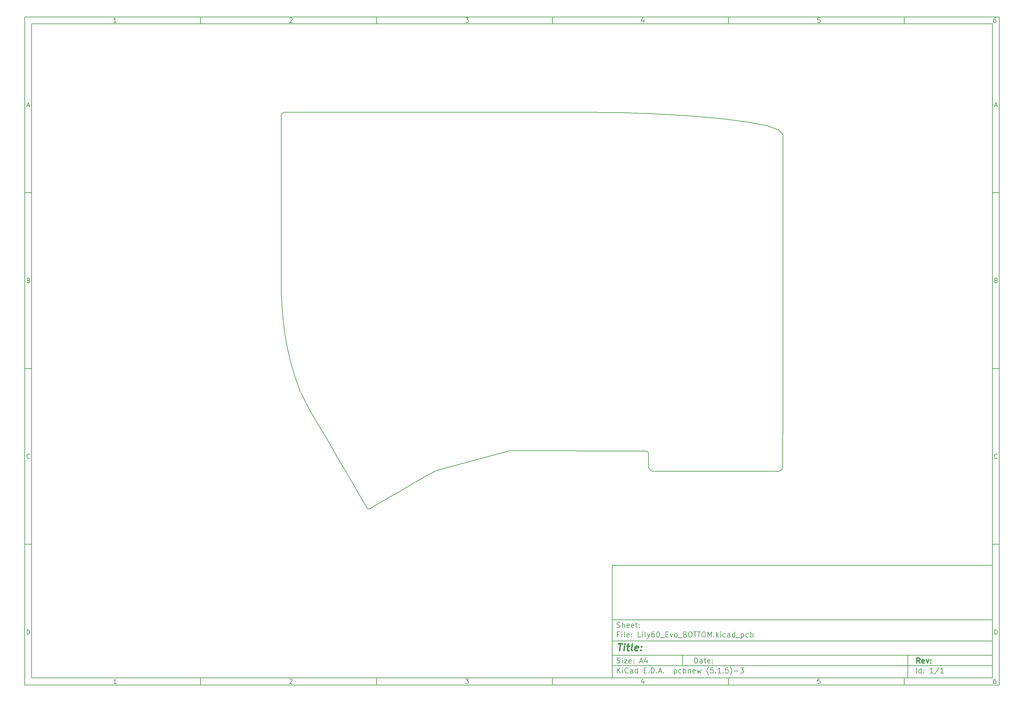
<source format=gm1>
G04 #@! TF.GenerationSoftware,KiCad,Pcbnew,(5.1.5)-3*
G04 #@! TF.CreationDate,2020-05-17T14:12:01+04:00*
G04 #@! TF.ProjectId,Lily60_Evo_BOTTOM,4c696c79-3630-45f4-9576-6f5f424f5454,rev?*
G04 #@! TF.SameCoordinates,Original*
G04 #@! TF.FileFunction,Profile,NP*
%FSLAX46Y46*%
G04 Gerber Fmt 4.6, Leading zero omitted, Abs format (unit mm)*
G04 Created by KiCad (PCBNEW (5.1.5)-3) date 2020-05-17 14:12:01*
%MOMM*%
%LPD*%
G04 APERTURE LIST*
%ADD10C,0.100000*%
%ADD11C,0.150000*%
%ADD12C,0.300000*%
%ADD13C,0.400000*%
%ADD14C,0.200000*%
G04 APERTURE END LIST*
D10*
D11*
X177002200Y-166007200D02*
X177002200Y-198007200D01*
X285002200Y-198007200D01*
X285002200Y-166007200D01*
X177002200Y-166007200D01*
D10*
D11*
X10000000Y-10000000D02*
X10000000Y-200007200D01*
X287002200Y-200007200D01*
X287002200Y-10000000D01*
X10000000Y-10000000D01*
D10*
D11*
X12000000Y-12000000D02*
X12000000Y-198007200D01*
X285002200Y-198007200D01*
X285002200Y-12000000D01*
X12000000Y-12000000D01*
D10*
D11*
X60000000Y-12000000D02*
X60000000Y-10000000D01*
D10*
D11*
X110000000Y-12000000D02*
X110000000Y-10000000D01*
D10*
D11*
X160000000Y-12000000D02*
X160000000Y-10000000D01*
D10*
D11*
X210000000Y-12000000D02*
X210000000Y-10000000D01*
D10*
D11*
X260000000Y-12000000D02*
X260000000Y-10000000D01*
D10*
D11*
X36065476Y-11588095D02*
X35322619Y-11588095D01*
X35694047Y-11588095D02*
X35694047Y-10288095D01*
X35570238Y-10473809D01*
X35446428Y-10597619D01*
X35322619Y-10659523D01*
D10*
D11*
X85322619Y-10411904D02*
X85384523Y-10350000D01*
X85508333Y-10288095D01*
X85817857Y-10288095D01*
X85941666Y-10350000D01*
X86003571Y-10411904D01*
X86065476Y-10535714D01*
X86065476Y-10659523D01*
X86003571Y-10845238D01*
X85260714Y-11588095D01*
X86065476Y-11588095D01*
D10*
D11*
X135260714Y-10288095D02*
X136065476Y-10288095D01*
X135632142Y-10783333D01*
X135817857Y-10783333D01*
X135941666Y-10845238D01*
X136003571Y-10907142D01*
X136065476Y-11030952D01*
X136065476Y-11340476D01*
X136003571Y-11464285D01*
X135941666Y-11526190D01*
X135817857Y-11588095D01*
X135446428Y-11588095D01*
X135322619Y-11526190D01*
X135260714Y-11464285D01*
D10*
D11*
X185941666Y-10721428D02*
X185941666Y-11588095D01*
X185632142Y-10226190D02*
X185322619Y-11154761D01*
X186127380Y-11154761D01*
D10*
D11*
X236003571Y-10288095D02*
X235384523Y-10288095D01*
X235322619Y-10907142D01*
X235384523Y-10845238D01*
X235508333Y-10783333D01*
X235817857Y-10783333D01*
X235941666Y-10845238D01*
X236003571Y-10907142D01*
X236065476Y-11030952D01*
X236065476Y-11340476D01*
X236003571Y-11464285D01*
X235941666Y-11526190D01*
X235817857Y-11588095D01*
X235508333Y-11588095D01*
X235384523Y-11526190D01*
X235322619Y-11464285D01*
D10*
D11*
X285941666Y-10288095D02*
X285694047Y-10288095D01*
X285570238Y-10350000D01*
X285508333Y-10411904D01*
X285384523Y-10597619D01*
X285322619Y-10845238D01*
X285322619Y-11340476D01*
X285384523Y-11464285D01*
X285446428Y-11526190D01*
X285570238Y-11588095D01*
X285817857Y-11588095D01*
X285941666Y-11526190D01*
X286003571Y-11464285D01*
X286065476Y-11340476D01*
X286065476Y-11030952D01*
X286003571Y-10907142D01*
X285941666Y-10845238D01*
X285817857Y-10783333D01*
X285570238Y-10783333D01*
X285446428Y-10845238D01*
X285384523Y-10907142D01*
X285322619Y-11030952D01*
D10*
D11*
X60000000Y-198007200D02*
X60000000Y-200007200D01*
D10*
D11*
X110000000Y-198007200D02*
X110000000Y-200007200D01*
D10*
D11*
X160000000Y-198007200D02*
X160000000Y-200007200D01*
D10*
D11*
X210000000Y-198007200D02*
X210000000Y-200007200D01*
D10*
D11*
X260000000Y-198007200D02*
X260000000Y-200007200D01*
D10*
D11*
X36065476Y-199595295D02*
X35322619Y-199595295D01*
X35694047Y-199595295D02*
X35694047Y-198295295D01*
X35570238Y-198481009D01*
X35446428Y-198604819D01*
X35322619Y-198666723D01*
D10*
D11*
X85322619Y-198419104D02*
X85384523Y-198357200D01*
X85508333Y-198295295D01*
X85817857Y-198295295D01*
X85941666Y-198357200D01*
X86003571Y-198419104D01*
X86065476Y-198542914D01*
X86065476Y-198666723D01*
X86003571Y-198852438D01*
X85260714Y-199595295D01*
X86065476Y-199595295D01*
D10*
D11*
X135260714Y-198295295D02*
X136065476Y-198295295D01*
X135632142Y-198790533D01*
X135817857Y-198790533D01*
X135941666Y-198852438D01*
X136003571Y-198914342D01*
X136065476Y-199038152D01*
X136065476Y-199347676D01*
X136003571Y-199471485D01*
X135941666Y-199533390D01*
X135817857Y-199595295D01*
X135446428Y-199595295D01*
X135322619Y-199533390D01*
X135260714Y-199471485D01*
D10*
D11*
X185941666Y-198728628D02*
X185941666Y-199595295D01*
X185632142Y-198233390D02*
X185322619Y-199161961D01*
X186127380Y-199161961D01*
D10*
D11*
X236003571Y-198295295D02*
X235384523Y-198295295D01*
X235322619Y-198914342D01*
X235384523Y-198852438D01*
X235508333Y-198790533D01*
X235817857Y-198790533D01*
X235941666Y-198852438D01*
X236003571Y-198914342D01*
X236065476Y-199038152D01*
X236065476Y-199347676D01*
X236003571Y-199471485D01*
X235941666Y-199533390D01*
X235817857Y-199595295D01*
X235508333Y-199595295D01*
X235384523Y-199533390D01*
X235322619Y-199471485D01*
D10*
D11*
X285941666Y-198295295D02*
X285694047Y-198295295D01*
X285570238Y-198357200D01*
X285508333Y-198419104D01*
X285384523Y-198604819D01*
X285322619Y-198852438D01*
X285322619Y-199347676D01*
X285384523Y-199471485D01*
X285446428Y-199533390D01*
X285570238Y-199595295D01*
X285817857Y-199595295D01*
X285941666Y-199533390D01*
X286003571Y-199471485D01*
X286065476Y-199347676D01*
X286065476Y-199038152D01*
X286003571Y-198914342D01*
X285941666Y-198852438D01*
X285817857Y-198790533D01*
X285570238Y-198790533D01*
X285446428Y-198852438D01*
X285384523Y-198914342D01*
X285322619Y-199038152D01*
D10*
D11*
X10000000Y-60000000D02*
X12000000Y-60000000D01*
D10*
D11*
X10000000Y-110000000D02*
X12000000Y-110000000D01*
D10*
D11*
X10000000Y-160000000D02*
X12000000Y-160000000D01*
D10*
D11*
X10690476Y-35216666D02*
X11309523Y-35216666D01*
X10566666Y-35588095D02*
X11000000Y-34288095D01*
X11433333Y-35588095D01*
D10*
D11*
X11092857Y-84907142D02*
X11278571Y-84969047D01*
X11340476Y-85030952D01*
X11402380Y-85154761D01*
X11402380Y-85340476D01*
X11340476Y-85464285D01*
X11278571Y-85526190D01*
X11154761Y-85588095D01*
X10659523Y-85588095D01*
X10659523Y-84288095D01*
X11092857Y-84288095D01*
X11216666Y-84350000D01*
X11278571Y-84411904D01*
X11340476Y-84535714D01*
X11340476Y-84659523D01*
X11278571Y-84783333D01*
X11216666Y-84845238D01*
X11092857Y-84907142D01*
X10659523Y-84907142D01*
D10*
D11*
X11402380Y-135464285D02*
X11340476Y-135526190D01*
X11154761Y-135588095D01*
X11030952Y-135588095D01*
X10845238Y-135526190D01*
X10721428Y-135402380D01*
X10659523Y-135278571D01*
X10597619Y-135030952D01*
X10597619Y-134845238D01*
X10659523Y-134597619D01*
X10721428Y-134473809D01*
X10845238Y-134350000D01*
X11030952Y-134288095D01*
X11154761Y-134288095D01*
X11340476Y-134350000D01*
X11402380Y-134411904D01*
D10*
D11*
X10659523Y-185588095D02*
X10659523Y-184288095D01*
X10969047Y-184288095D01*
X11154761Y-184350000D01*
X11278571Y-184473809D01*
X11340476Y-184597619D01*
X11402380Y-184845238D01*
X11402380Y-185030952D01*
X11340476Y-185278571D01*
X11278571Y-185402380D01*
X11154761Y-185526190D01*
X10969047Y-185588095D01*
X10659523Y-185588095D01*
D10*
D11*
X287002200Y-60000000D02*
X285002200Y-60000000D01*
D10*
D11*
X287002200Y-110000000D02*
X285002200Y-110000000D01*
D10*
D11*
X287002200Y-160000000D02*
X285002200Y-160000000D01*
D10*
D11*
X285692676Y-35216666D02*
X286311723Y-35216666D01*
X285568866Y-35588095D02*
X286002200Y-34288095D01*
X286435533Y-35588095D01*
D10*
D11*
X286095057Y-84907142D02*
X286280771Y-84969047D01*
X286342676Y-85030952D01*
X286404580Y-85154761D01*
X286404580Y-85340476D01*
X286342676Y-85464285D01*
X286280771Y-85526190D01*
X286156961Y-85588095D01*
X285661723Y-85588095D01*
X285661723Y-84288095D01*
X286095057Y-84288095D01*
X286218866Y-84350000D01*
X286280771Y-84411904D01*
X286342676Y-84535714D01*
X286342676Y-84659523D01*
X286280771Y-84783333D01*
X286218866Y-84845238D01*
X286095057Y-84907142D01*
X285661723Y-84907142D01*
D10*
D11*
X286404580Y-135464285D02*
X286342676Y-135526190D01*
X286156961Y-135588095D01*
X286033152Y-135588095D01*
X285847438Y-135526190D01*
X285723628Y-135402380D01*
X285661723Y-135278571D01*
X285599819Y-135030952D01*
X285599819Y-134845238D01*
X285661723Y-134597619D01*
X285723628Y-134473809D01*
X285847438Y-134350000D01*
X286033152Y-134288095D01*
X286156961Y-134288095D01*
X286342676Y-134350000D01*
X286404580Y-134411904D01*
D10*
D11*
X285661723Y-185588095D02*
X285661723Y-184288095D01*
X285971247Y-184288095D01*
X286156961Y-184350000D01*
X286280771Y-184473809D01*
X286342676Y-184597619D01*
X286404580Y-184845238D01*
X286404580Y-185030952D01*
X286342676Y-185278571D01*
X286280771Y-185402380D01*
X286156961Y-185526190D01*
X285971247Y-185588095D01*
X285661723Y-185588095D01*
D10*
D11*
X200434342Y-193785771D02*
X200434342Y-192285771D01*
X200791485Y-192285771D01*
X201005771Y-192357200D01*
X201148628Y-192500057D01*
X201220057Y-192642914D01*
X201291485Y-192928628D01*
X201291485Y-193142914D01*
X201220057Y-193428628D01*
X201148628Y-193571485D01*
X201005771Y-193714342D01*
X200791485Y-193785771D01*
X200434342Y-193785771D01*
X202577200Y-193785771D02*
X202577200Y-193000057D01*
X202505771Y-192857200D01*
X202362914Y-192785771D01*
X202077200Y-192785771D01*
X201934342Y-192857200D01*
X202577200Y-193714342D02*
X202434342Y-193785771D01*
X202077200Y-193785771D01*
X201934342Y-193714342D01*
X201862914Y-193571485D01*
X201862914Y-193428628D01*
X201934342Y-193285771D01*
X202077200Y-193214342D01*
X202434342Y-193214342D01*
X202577200Y-193142914D01*
X203077200Y-192785771D02*
X203648628Y-192785771D01*
X203291485Y-192285771D02*
X203291485Y-193571485D01*
X203362914Y-193714342D01*
X203505771Y-193785771D01*
X203648628Y-193785771D01*
X204720057Y-193714342D02*
X204577200Y-193785771D01*
X204291485Y-193785771D01*
X204148628Y-193714342D01*
X204077200Y-193571485D01*
X204077200Y-193000057D01*
X204148628Y-192857200D01*
X204291485Y-192785771D01*
X204577200Y-192785771D01*
X204720057Y-192857200D01*
X204791485Y-193000057D01*
X204791485Y-193142914D01*
X204077200Y-193285771D01*
X205434342Y-193642914D02*
X205505771Y-193714342D01*
X205434342Y-193785771D01*
X205362914Y-193714342D01*
X205434342Y-193642914D01*
X205434342Y-193785771D01*
X205434342Y-192857200D02*
X205505771Y-192928628D01*
X205434342Y-193000057D01*
X205362914Y-192928628D01*
X205434342Y-192857200D01*
X205434342Y-193000057D01*
D10*
D11*
X177002200Y-194507200D02*
X285002200Y-194507200D01*
D10*
D11*
X178434342Y-196585771D02*
X178434342Y-195085771D01*
X179291485Y-196585771D02*
X178648628Y-195728628D01*
X179291485Y-195085771D02*
X178434342Y-195942914D01*
X179934342Y-196585771D02*
X179934342Y-195585771D01*
X179934342Y-195085771D02*
X179862914Y-195157200D01*
X179934342Y-195228628D01*
X180005771Y-195157200D01*
X179934342Y-195085771D01*
X179934342Y-195228628D01*
X181505771Y-196442914D02*
X181434342Y-196514342D01*
X181220057Y-196585771D01*
X181077200Y-196585771D01*
X180862914Y-196514342D01*
X180720057Y-196371485D01*
X180648628Y-196228628D01*
X180577200Y-195942914D01*
X180577200Y-195728628D01*
X180648628Y-195442914D01*
X180720057Y-195300057D01*
X180862914Y-195157200D01*
X181077200Y-195085771D01*
X181220057Y-195085771D01*
X181434342Y-195157200D01*
X181505771Y-195228628D01*
X182791485Y-196585771D02*
X182791485Y-195800057D01*
X182720057Y-195657200D01*
X182577200Y-195585771D01*
X182291485Y-195585771D01*
X182148628Y-195657200D01*
X182791485Y-196514342D02*
X182648628Y-196585771D01*
X182291485Y-196585771D01*
X182148628Y-196514342D01*
X182077200Y-196371485D01*
X182077200Y-196228628D01*
X182148628Y-196085771D01*
X182291485Y-196014342D01*
X182648628Y-196014342D01*
X182791485Y-195942914D01*
X184148628Y-196585771D02*
X184148628Y-195085771D01*
X184148628Y-196514342D02*
X184005771Y-196585771D01*
X183720057Y-196585771D01*
X183577200Y-196514342D01*
X183505771Y-196442914D01*
X183434342Y-196300057D01*
X183434342Y-195871485D01*
X183505771Y-195728628D01*
X183577200Y-195657200D01*
X183720057Y-195585771D01*
X184005771Y-195585771D01*
X184148628Y-195657200D01*
X186005771Y-195800057D02*
X186505771Y-195800057D01*
X186720057Y-196585771D02*
X186005771Y-196585771D01*
X186005771Y-195085771D01*
X186720057Y-195085771D01*
X187362914Y-196442914D02*
X187434342Y-196514342D01*
X187362914Y-196585771D01*
X187291485Y-196514342D01*
X187362914Y-196442914D01*
X187362914Y-196585771D01*
X188077200Y-196585771D02*
X188077200Y-195085771D01*
X188434342Y-195085771D01*
X188648628Y-195157200D01*
X188791485Y-195300057D01*
X188862914Y-195442914D01*
X188934342Y-195728628D01*
X188934342Y-195942914D01*
X188862914Y-196228628D01*
X188791485Y-196371485D01*
X188648628Y-196514342D01*
X188434342Y-196585771D01*
X188077200Y-196585771D01*
X189577200Y-196442914D02*
X189648628Y-196514342D01*
X189577200Y-196585771D01*
X189505771Y-196514342D01*
X189577200Y-196442914D01*
X189577200Y-196585771D01*
X190220057Y-196157200D02*
X190934342Y-196157200D01*
X190077200Y-196585771D02*
X190577200Y-195085771D01*
X191077200Y-196585771D01*
X191577200Y-196442914D02*
X191648628Y-196514342D01*
X191577200Y-196585771D01*
X191505771Y-196514342D01*
X191577200Y-196442914D01*
X191577200Y-196585771D01*
X194577200Y-195585771D02*
X194577200Y-197085771D01*
X194577200Y-195657200D02*
X194720057Y-195585771D01*
X195005771Y-195585771D01*
X195148628Y-195657200D01*
X195220057Y-195728628D01*
X195291485Y-195871485D01*
X195291485Y-196300057D01*
X195220057Y-196442914D01*
X195148628Y-196514342D01*
X195005771Y-196585771D01*
X194720057Y-196585771D01*
X194577200Y-196514342D01*
X196577200Y-196514342D02*
X196434342Y-196585771D01*
X196148628Y-196585771D01*
X196005771Y-196514342D01*
X195934342Y-196442914D01*
X195862914Y-196300057D01*
X195862914Y-195871485D01*
X195934342Y-195728628D01*
X196005771Y-195657200D01*
X196148628Y-195585771D01*
X196434342Y-195585771D01*
X196577200Y-195657200D01*
X197220057Y-196585771D02*
X197220057Y-195085771D01*
X197220057Y-195657200D02*
X197362914Y-195585771D01*
X197648628Y-195585771D01*
X197791485Y-195657200D01*
X197862914Y-195728628D01*
X197934342Y-195871485D01*
X197934342Y-196300057D01*
X197862914Y-196442914D01*
X197791485Y-196514342D01*
X197648628Y-196585771D01*
X197362914Y-196585771D01*
X197220057Y-196514342D01*
X198577200Y-195585771D02*
X198577200Y-196585771D01*
X198577200Y-195728628D02*
X198648628Y-195657200D01*
X198791485Y-195585771D01*
X199005771Y-195585771D01*
X199148628Y-195657200D01*
X199220057Y-195800057D01*
X199220057Y-196585771D01*
X200505771Y-196514342D02*
X200362914Y-196585771D01*
X200077200Y-196585771D01*
X199934342Y-196514342D01*
X199862914Y-196371485D01*
X199862914Y-195800057D01*
X199934342Y-195657200D01*
X200077200Y-195585771D01*
X200362914Y-195585771D01*
X200505771Y-195657200D01*
X200577200Y-195800057D01*
X200577200Y-195942914D01*
X199862914Y-196085771D01*
X201077200Y-195585771D02*
X201362914Y-196585771D01*
X201648628Y-195871485D01*
X201934342Y-196585771D01*
X202220057Y-195585771D01*
X204362914Y-197157200D02*
X204291485Y-197085771D01*
X204148628Y-196871485D01*
X204077200Y-196728628D01*
X204005771Y-196514342D01*
X203934342Y-196157200D01*
X203934342Y-195871485D01*
X204005771Y-195514342D01*
X204077200Y-195300057D01*
X204148628Y-195157200D01*
X204291485Y-194942914D01*
X204362914Y-194871485D01*
X205648628Y-195085771D02*
X204934342Y-195085771D01*
X204862914Y-195800057D01*
X204934342Y-195728628D01*
X205077200Y-195657200D01*
X205434342Y-195657200D01*
X205577200Y-195728628D01*
X205648628Y-195800057D01*
X205720057Y-195942914D01*
X205720057Y-196300057D01*
X205648628Y-196442914D01*
X205577200Y-196514342D01*
X205434342Y-196585771D01*
X205077200Y-196585771D01*
X204934342Y-196514342D01*
X204862914Y-196442914D01*
X206362914Y-196442914D02*
X206434342Y-196514342D01*
X206362914Y-196585771D01*
X206291485Y-196514342D01*
X206362914Y-196442914D01*
X206362914Y-196585771D01*
X207862914Y-196585771D02*
X207005771Y-196585771D01*
X207434342Y-196585771D02*
X207434342Y-195085771D01*
X207291485Y-195300057D01*
X207148628Y-195442914D01*
X207005771Y-195514342D01*
X208505771Y-196442914D02*
X208577200Y-196514342D01*
X208505771Y-196585771D01*
X208434342Y-196514342D01*
X208505771Y-196442914D01*
X208505771Y-196585771D01*
X209934342Y-195085771D02*
X209220057Y-195085771D01*
X209148628Y-195800057D01*
X209220057Y-195728628D01*
X209362914Y-195657200D01*
X209720057Y-195657200D01*
X209862914Y-195728628D01*
X209934342Y-195800057D01*
X210005771Y-195942914D01*
X210005771Y-196300057D01*
X209934342Y-196442914D01*
X209862914Y-196514342D01*
X209720057Y-196585771D01*
X209362914Y-196585771D01*
X209220057Y-196514342D01*
X209148628Y-196442914D01*
X210505771Y-197157200D02*
X210577200Y-197085771D01*
X210720057Y-196871485D01*
X210791485Y-196728628D01*
X210862914Y-196514342D01*
X210934342Y-196157200D01*
X210934342Y-195871485D01*
X210862914Y-195514342D01*
X210791485Y-195300057D01*
X210720057Y-195157200D01*
X210577200Y-194942914D01*
X210505771Y-194871485D01*
X211648628Y-196014342D02*
X212791485Y-196014342D01*
X213362914Y-195085771D02*
X214291485Y-195085771D01*
X213791485Y-195657200D01*
X214005771Y-195657200D01*
X214148628Y-195728628D01*
X214220057Y-195800057D01*
X214291485Y-195942914D01*
X214291485Y-196300057D01*
X214220057Y-196442914D01*
X214148628Y-196514342D01*
X214005771Y-196585771D01*
X213577200Y-196585771D01*
X213434342Y-196514342D01*
X213362914Y-196442914D01*
D10*
D11*
X177002200Y-191507200D02*
X285002200Y-191507200D01*
D10*
D12*
X264411485Y-193785771D02*
X263911485Y-193071485D01*
X263554342Y-193785771D02*
X263554342Y-192285771D01*
X264125771Y-192285771D01*
X264268628Y-192357200D01*
X264340057Y-192428628D01*
X264411485Y-192571485D01*
X264411485Y-192785771D01*
X264340057Y-192928628D01*
X264268628Y-193000057D01*
X264125771Y-193071485D01*
X263554342Y-193071485D01*
X265625771Y-193714342D02*
X265482914Y-193785771D01*
X265197200Y-193785771D01*
X265054342Y-193714342D01*
X264982914Y-193571485D01*
X264982914Y-193000057D01*
X265054342Y-192857200D01*
X265197200Y-192785771D01*
X265482914Y-192785771D01*
X265625771Y-192857200D01*
X265697200Y-193000057D01*
X265697200Y-193142914D01*
X264982914Y-193285771D01*
X266197200Y-192785771D02*
X266554342Y-193785771D01*
X266911485Y-192785771D01*
X267482914Y-193642914D02*
X267554342Y-193714342D01*
X267482914Y-193785771D01*
X267411485Y-193714342D01*
X267482914Y-193642914D01*
X267482914Y-193785771D01*
X267482914Y-192857200D02*
X267554342Y-192928628D01*
X267482914Y-193000057D01*
X267411485Y-192928628D01*
X267482914Y-192857200D01*
X267482914Y-193000057D01*
D10*
D11*
X178362914Y-193714342D02*
X178577200Y-193785771D01*
X178934342Y-193785771D01*
X179077200Y-193714342D01*
X179148628Y-193642914D01*
X179220057Y-193500057D01*
X179220057Y-193357200D01*
X179148628Y-193214342D01*
X179077200Y-193142914D01*
X178934342Y-193071485D01*
X178648628Y-193000057D01*
X178505771Y-192928628D01*
X178434342Y-192857200D01*
X178362914Y-192714342D01*
X178362914Y-192571485D01*
X178434342Y-192428628D01*
X178505771Y-192357200D01*
X178648628Y-192285771D01*
X179005771Y-192285771D01*
X179220057Y-192357200D01*
X179862914Y-193785771D02*
X179862914Y-192785771D01*
X179862914Y-192285771D02*
X179791485Y-192357200D01*
X179862914Y-192428628D01*
X179934342Y-192357200D01*
X179862914Y-192285771D01*
X179862914Y-192428628D01*
X180434342Y-192785771D02*
X181220057Y-192785771D01*
X180434342Y-193785771D01*
X181220057Y-193785771D01*
X182362914Y-193714342D02*
X182220057Y-193785771D01*
X181934342Y-193785771D01*
X181791485Y-193714342D01*
X181720057Y-193571485D01*
X181720057Y-193000057D01*
X181791485Y-192857200D01*
X181934342Y-192785771D01*
X182220057Y-192785771D01*
X182362914Y-192857200D01*
X182434342Y-193000057D01*
X182434342Y-193142914D01*
X181720057Y-193285771D01*
X183077200Y-193642914D02*
X183148628Y-193714342D01*
X183077200Y-193785771D01*
X183005771Y-193714342D01*
X183077200Y-193642914D01*
X183077200Y-193785771D01*
X183077200Y-192857200D02*
X183148628Y-192928628D01*
X183077200Y-193000057D01*
X183005771Y-192928628D01*
X183077200Y-192857200D01*
X183077200Y-193000057D01*
X184862914Y-193357200D02*
X185577200Y-193357200D01*
X184720057Y-193785771D02*
X185220057Y-192285771D01*
X185720057Y-193785771D01*
X186862914Y-192785771D02*
X186862914Y-193785771D01*
X186505771Y-192214342D02*
X186148628Y-193285771D01*
X187077200Y-193285771D01*
D10*
D11*
X263434342Y-196585771D02*
X263434342Y-195085771D01*
X264791485Y-196585771D02*
X264791485Y-195085771D01*
X264791485Y-196514342D02*
X264648628Y-196585771D01*
X264362914Y-196585771D01*
X264220057Y-196514342D01*
X264148628Y-196442914D01*
X264077200Y-196300057D01*
X264077200Y-195871485D01*
X264148628Y-195728628D01*
X264220057Y-195657200D01*
X264362914Y-195585771D01*
X264648628Y-195585771D01*
X264791485Y-195657200D01*
X265505771Y-196442914D02*
X265577200Y-196514342D01*
X265505771Y-196585771D01*
X265434342Y-196514342D01*
X265505771Y-196442914D01*
X265505771Y-196585771D01*
X265505771Y-195657200D02*
X265577200Y-195728628D01*
X265505771Y-195800057D01*
X265434342Y-195728628D01*
X265505771Y-195657200D01*
X265505771Y-195800057D01*
X268148628Y-196585771D02*
X267291485Y-196585771D01*
X267720057Y-196585771D02*
X267720057Y-195085771D01*
X267577200Y-195300057D01*
X267434342Y-195442914D01*
X267291485Y-195514342D01*
X269862914Y-195014342D02*
X268577200Y-196942914D01*
X271148628Y-196585771D02*
X270291485Y-196585771D01*
X270720057Y-196585771D02*
X270720057Y-195085771D01*
X270577200Y-195300057D01*
X270434342Y-195442914D01*
X270291485Y-195514342D01*
D10*
D11*
X177002200Y-187507200D02*
X285002200Y-187507200D01*
D10*
D13*
X178714580Y-188211961D02*
X179857438Y-188211961D01*
X179036009Y-190211961D02*
X179286009Y-188211961D01*
X180274104Y-190211961D02*
X180440771Y-188878628D01*
X180524104Y-188211961D02*
X180416961Y-188307200D01*
X180500295Y-188402438D01*
X180607438Y-188307200D01*
X180524104Y-188211961D01*
X180500295Y-188402438D01*
X181107438Y-188878628D02*
X181869342Y-188878628D01*
X181476485Y-188211961D02*
X181262200Y-189926247D01*
X181333628Y-190116723D01*
X181512200Y-190211961D01*
X181702676Y-190211961D01*
X182655057Y-190211961D02*
X182476485Y-190116723D01*
X182405057Y-189926247D01*
X182619342Y-188211961D01*
X184190771Y-190116723D02*
X183988390Y-190211961D01*
X183607438Y-190211961D01*
X183428866Y-190116723D01*
X183357438Y-189926247D01*
X183452676Y-189164342D01*
X183571723Y-188973866D01*
X183774104Y-188878628D01*
X184155057Y-188878628D01*
X184333628Y-188973866D01*
X184405057Y-189164342D01*
X184381247Y-189354819D01*
X183405057Y-189545295D01*
X185155057Y-190021485D02*
X185238390Y-190116723D01*
X185131247Y-190211961D01*
X185047914Y-190116723D01*
X185155057Y-190021485D01*
X185131247Y-190211961D01*
X185286009Y-188973866D02*
X185369342Y-189069104D01*
X185262200Y-189164342D01*
X185178866Y-189069104D01*
X185286009Y-188973866D01*
X185262200Y-189164342D01*
D10*
D11*
X178934342Y-185600057D02*
X178434342Y-185600057D01*
X178434342Y-186385771D02*
X178434342Y-184885771D01*
X179148628Y-184885771D01*
X179720057Y-186385771D02*
X179720057Y-185385771D01*
X179720057Y-184885771D02*
X179648628Y-184957200D01*
X179720057Y-185028628D01*
X179791485Y-184957200D01*
X179720057Y-184885771D01*
X179720057Y-185028628D01*
X180648628Y-186385771D02*
X180505771Y-186314342D01*
X180434342Y-186171485D01*
X180434342Y-184885771D01*
X181791485Y-186314342D02*
X181648628Y-186385771D01*
X181362914Y-186385771D01*
X181220057Y-186314342D01*
X181148628Y-186171485D01*
X181148628Y-185600057D01*
X181220057Y-185457200D01*
X181362914Y-185385771D01*
X181648628Y-185385771D01*
X181791485Y-185457200D01*
X181862914Y-185600057D01*
X181862914Y-185742914D01*
X181148628Y-185885771D01*
X182505771Y-186242914D02*
X182577200Y-186314342D01*
X182505771Y-186385771D01*
X182434342Y-186314342D01*
X182505771Y-186242914D01*
X182505771Y-186385771D01*
X182505771Y-185457200D02*
X182577200Y-185528628D01*
X182505771Y-185600057D01*
X182434342Y-185528628D01*
X182505771Y-185457200D01*
X182505771Y-185600057D01*
X185077200Y-186385771D02*
X184362914Y-186385771D01*
X184362914Y-184885771D01*
X185577200Y-186385771D02*
X185577200Y-185385771D01*
X185577200Y-184885771D02*
X185505771Y-184957200D01*
X185577200Y-185028628D01*
X185648628Y-184957200D01*
X185577200Y-184885771D01*
X185577200Y-185028628D01*
X186505771Y-186385771D02*
X186362914Y-186314342D01*
X186291485Y-186171485D01*
X186291485Y-184885771D01*
X186934342Y-185385771D02*
X187291485Y-186385771D01*
X187648628Y-185385771D02*
X187291485Y-186385771D01*
X187148628Y-186742914D01*
X187077200Y-186814342D01*
X186934342Y-186885771D01*
X188862914Y-184885771D02*
X188577200Y-184885771D01*
X188434342Y-184957200D01*
X188362914Y-185028628D01*
X188220057Y-185242914D01*
X188148628Y-185528628D01*
X188148628Y-186100057D01*
X188220057Y-186242914D01*
X188291485Y-186314342D01*
X188434342Y-186385771D01*
X188720057Y-186385771D01*
X188862914Y-186314342D01*
X188934342Y-186242914D01*
X189005771Y-186100057D01*
X189005771Y-185742914D01*
X188934342Y-185600057D01*
X188862914Y-185528628D01*
X188720057Y-185457200D01*
X188434342Y-185457200D01*
X188291485Y-185528628D01*
X188220057Y-185600057D01*
X188148628Y-185742914D01*
X189934342Y-184885771D02*
X190077200Y-184885771D01*
X190220057Y-184957200D01*
X190291485Y-185028628D01*
X190362914Y-185171485D01*
X190434342Y-185457200D01*
X190434342Y-185814342D01*
X190362914Y-186100057D01*
X190291485Y-186242914D01*
X190220057Y-186314342D01*
X190077200Y-186385771D01*
X189934342Y-186385771D01*
X189791485Y-186314342D01*
X189720057Y-186242914D01*
X189648628Y-186100057D01*
X189577200Y-185814342D01*
X189577200Y-185457200D01*
X189648628Y-185171485D01*
X189720057Y-185028628D01*
X189791485Y-184957200D01*
X189934342Y-184885771D01*
X190720057Y-186528628D02*
X191862914Y-186528628D01*
X192220057Y-185600057D02*
X192720057Y-185600057D01*
X192934342Y-186385771D02*
X192220057Y-186385771D01*
X192220057Y-184885771D01*
X192934342Y-184885771D01*
X193434342Y-185385771D02*
X193791485Y-186385771D01*
X194148628Y-185385771D01*
X194934342Y-186385771D02*
X194791485Y-186314342D01*
X194720057Y-186242914D01*
X194648628Y-186100057D01*
X194648628Y-185671485D01*
X194720057Y-185528628D01*
X194791485Y-185457200D01*
X194934342Y-185385771D01*
X195148628Y-185385771D01*
X195291485Y-185457200D01*
X195362914Y-185528628D01*
X195434342Y-185671485D01*
X195434342Y-186100057D01*
X195362914Y-186242914D01*
X195291485Y-186314342D01*
X195148628Y-186385771D01*
X194934342Y-186385771D01*
X195720057Y-186528628D02*
X196862914Y-186528628D01*
X197720057Y-185600057D02*
X197934342Y-185671485D01*
X198005771Y-185742914D01*
X198077200Y-185885771D01*
X198077200Y-186100057D01*
X198005771Y-186242914D01*
X197934342Y-186314342D01*
X197791485Y-186385771D01*
X197220057Y-186385771D01*
X197220057Y-184885771D01*
X197720057Y-184885771D01*
X197862914Y-184957200D01*
X197934342Y-185028628D01*
X198005771Y-185171485D01*
X198005771Y-185314342D01*
X197934342Y-185457200D01*
X197862914Y-185528628D01*
X197720057Y-185600057D01*
X197220057Y-185600057D01*
X199005771Y-184885771D02*
X199291485Y-184885771D01*
X199434342Y-184957200D01*
X199577200Y-185100057D01*
X199648628Y-185385771D01*
X199648628Y-185885771D01*
X199577200Y-186171485D01*
X199434342Y-186314342D01*
X199291485Y-186385771D01*
X199005771Y-186385771D01*
X198862914Y-186314342D01*
X198720057Y-186171485D01*
X198648628Y-185885771D01*
X198648628Y-185385771D01*
X198720057Y-185100057D01*
X198862914Y-184957200D01*
X199005771Y-184885771D01*
X200077200Y-184885771D02*
X200934342Y-184885771D01*
X200505771Y-186385771D02*
X200505771Y-184885771D01*
X201220057Y-184885771D02*
X202077200Y-184885771D01*
X201648628Y-186385771D02*
X201648628Y-184885771D01*
X202862914Y-184885771D02*
X203148628Y-184885771D01*
X203291485Y-184957200D01*
X203434342Y-185100057D01*
X203505771Y-185385771D01*
X203505771Y-185885771D01*
X203434342Y-186171485D01*
X203291485Y-186314342D01*
X203148628Y-186385771D01*
X202862914Y-186385771D01*
X202720057Y-186314342D01*
X202577200Y-186171485D01*
X202505771Y-185885771D01*
X202505771Y-185385771D01*
X202577200Y-185100057D01*
X202720057Y-184957200D01*
X202862914Y-184885771D01*
X204148628Y-186385771D02*
X204148628Y-184885771D01*
X204648628Y-185957200D01*
X205148628Y-184885771D01*
X205148628Y-186385771D01*
X205862914Y-186242914D02*
X205934342Y-186314342D01*
X205862914Y-186385771D01*
X205791485Y-186314342D01*
X205862914Y-186242914D01*
X205862914Y-186385771D01*
X206577200Y-186385771D02*
X206577200Y-184885771D01*
X206720057Y-185814342D02*
X207148628Y-186385771D01*
X207148628Y-185385771D02*
X206577200Y-185957200D01*
X207791485Y-186385771D02*
X207791485Y-185385771D01*
X207791485Y-184885771D02*
X207720057Y-184957200D01*
X207791485Y-185028628D01*
X207862914Y-184957200D01*
X207791485Y-184885771D01*
X207791485Y-185028628D01*
X209148628Y-186314342D02*
X209005771Y-186385771D01*
X208720057Y-186385771D01*
X208577200Y-186314342D01*
X208505771Y-186242914D01*
X208434342Y-186100057D01*
X208434342Y-185671485D01*
X208505771Y-185528628D01*
X208577200Y-185457200D01*
X208720057Y-185385771D01*
X209005771Y-185385771D01*
X209148628Y-185457200D01*
X210434342Y-186385771D02*
X210434342Y-185600057D01*
X210362914Y-185457200D01*
X210220057Y-185385771D01*
X209934342Y-185385771D01*
X209791485Y-185457200D01*
X210434342Y-186314342D02*
X210291485Y-186385771D01*
X209934342Y-186385771D01*
X209791485Y-186314342D01*
X209720057Y-186171485D01*
X209720057Y-186028628D01*
X209791485Y-185885771D01*
X209934342Y-185814342D01*
X210291485Y-185814342D01*
X210434342Y-185742914D01*
X211791485Y-186385771D02*
X211791485Y-184885771D01*
X211791485Y-186314342D02*
X211648628Y-186385771D01*
X211362914Y-186385771D01*
X211220057Y-186314342D01*
X211148628Y-186242914D01*
X211077200Y-186100057D01*
X211077200Y-185671485D01*
X211148628Y-185528628D01*
X211220057Y-185457200D01*
X211362914Y-185385771D01*
X211648628Y-185385771D01*
X211791485Y-185457200D01*
X212148628Y-186528628D02*
X213291485Y-186528628D01*
X213648628Y-185385771D02*
X213648628Y-186885771D01*
X213648628Y-185457200D02*
X213791485Y-185385771D01*
X214077200Y-185385771D01*
X214220057Y-185457200D01*
X214291485Y-185528628D01*
X214362914Y-185671485D01*
X214362914Y-186100057D01*
X214291485Y-186242914D01*
X214220057Y-186314342D01*
X214077200Y-186385771D01*
X213791485Y-186385771D01*
X213648628Y-186314342D01*
X215648628Y-186314342D02*
X215505771Y-186385771D01*
X215220057Y-186385771D01*
X215077200Y-186314342D01*
X215005771Y-186242914D01*
X214934342Y-186100057D01*
X214934342Y-185671485D01*
X215005771Y-185528628D01*
X215077200Y-185457200D01*
X215220057Y-185385771D01*
X215505771Y-185385771D01*
X215648628Y-185457200D01*
X216291485Y-186385771D02*
X216291485Y-184885771D01*
X216291485Y-185457200D02*
X216434342Y-185385771D01*
X216720057Y-185385771D01*
X216862914Y-185457200D01*
X216934342Y-185528628D01*
X217005771Y-185671485D01*
X217005771Y-186100057D01*
X216934342Y-186242914D01*
X216862914Y-186314342D01*
X216720057Y-186385771D01*
X216434342Y-186385771D01*
X216291485Y-186314342D01*
D10*
D11*
X177002200Y-181507200D02*
X285002200Y-181507200D01*
D10*
D11*
X178362914Y-183614342D02*
X178577200Y-183685771D01*
X178934342Y-183685771D01*
X179077200Y-183614342D01*
X179148628Y-183542914D01*
X179220057Y-183400057D01*
X179220057Y-183257200D01*
X179148628Y-183114342D01*
X179077200Y-183042914D01*
X178934342Y-182971485D01*
X178648628Y-182900057D01*
X178505771Y-182828628D01*
X178434342Y-182757200D01*
X178362914Y-182614342D01*
X178362914Y-182471485D01*
X178434342Y-182328628D01*
X178505771Y-182257200D01*
X178648628Y-182185771D01*
X179005771Y-182185771D01*
X179220057Y-182257200D01*
X179862914Y-183685771D02*
X179862914Y-182185771D01*
X180505771Y-183685771D02*
X180505771Y-182900057D01*
X180434342Y-182757200D01*
X180291485Y-182685771D01*
X180077200Y-182685771D01*
X179934342Y-182757200D01*
X179862914Y-182828628D01*
X181791485Y-183614342D02*
X181648628Y-183685771D01*
X181362914Y-183685771D01*
X181220057Y-183614342D01*
X181148628Y-183471485D01*
X181148628Y-182900057D01*
X181220057Y-182757200D01*
X181362914Y-182685771D01*
X181648628Y-182685771D01*
X181791485Y-182757200D01*
X181862914Y-182900057D01*
X181862914Y-183042914D01*
X181148628Y-183185771D01*
X183077200Y-183614342D02*
X182934342Y-183685771D01*
X182648628Y-183685771D01*
X182505771Y-183614342D01*
X182434342Y-183471485D01*
X182434342Y-182900057D01*
X182505771Y-182757200D01*
X182648628Y-182685771D01*
X182934342Y-182685771D01*
X183077200Y-182757200D01*
X183148628Y-182900057D01*
X183148628Y-183042914D01*
X182434342Y-183185771D01*
X183577200Y-182685771D02*
X184148628Y-182685771D01*
X183791485Y-182185771D02*
X183791485Y-183471485D01*
X183862914Y-183614342D01*
X184005771Y-183685771D01*
X184148628Y-183685771D01*
X184648628Y-183542914D02*
X184720057Y-183614342D01*
X184648628Y-183685771D01*
X184577200Y-183614342D01*
X184648628Y-183542914D01*
X184648628Y-183685771D01*
X184648628Y-182757200D02*
X184720057Y-182828628D01*
X184648628Y-182900057D01*
X184577200Y-182828628D01*
X184648628Y-182757200D01*
X184648628Y-182900057D01*
D10*
D11*
X197002200Y-191507200D02*
X197002200Y-194507200D01*
D10*
D11*
X261002200Y-191507200D02*
X261002200Y-198007200D01*
D14*
X187714087Y-138785913D02*
X187530998Y-138563960D01*
X188472504Y-139194553D02*
X188190848Y-139107217D01*
X187530998Y-138563960D02*
X187392782Y-138309152D01*
X188190848Y-139107217D02*
X187936039Y-138969001D01*
X187392782Y-138309152D02*
X187305447Y-138027496D01*
X188750000Y-139200000D02*
X188472504Y-139194553D01*
X187936039Y-138969001D02*
X187714087Y-138785913D01*
X186658574Y-133452455D02*
G75*
G02X187300000Y-134150000I-58574J-697545D01*
G01*
X124667888Y-140255128D02*
X127100000Y-138950000D01*
X120963416Y-142391346D02*
X124667888Y-140255128D01*
X117258944Y-144527564D02*
X120963416Y-142391346D01*
X113554472Y-146663782D02*
X117258944Y-144527564D01*
X225459999Y-119289735D02*
X225450000Y-137750000D01*
X204850000Y-139200000D02*
X224277496Y-139194553D01*
X225357217Y-138309152D02*
X225219001Y-138563961D01*
X224559152Y-139107218D02*
X224277496Y-139194553D01*
X224813960Y-138969002D02*
X224559152Y-139107218D01*
X225035913Y-138785913D02*
X224813960Y-138969002D01*
X225444553Y-138027496D02*
X225357217Y-138309152D01*
X225219001Y-138563961D02*
X225035913Y-138785913D01*
X225450000Y-137750000D02*
X225444553Y-138027496D01*
X127100000Y-138950000D02*
X147900000Y-133400000D01*
X187300000Y-134150000D02*
X187305447Y-138027496D01*
X147900000Y-133400000D02*
X186658574Y-133452455D01*
X109882452Y-148801617D02*
X113554472Y-146663782D01*
X188750000Y-139200000D02*
X204850000Y-139200000D01*
X82937528Y-50750629D02*
X82937528Y-44443695D01*
X82937528Y-57057562D02*
X82937528Y-50750629D01*
X115211711Y-37086762D02*
X104803877Y-37086762D01*
X199807654Y-38170488D02*
X189919538Y-37585374D01*
X208420758Y-38945561D02*
X199807654Y-38170488D01*
X215525697Y-39885159D02*
X208420758Y-38945561D01*
X220889319Y-40963847D02*
X215525697Y-39885159D01*
X178989563Y-37215654D02*
X167250881Y-37086762D01*
X189919538Y-37585374D02*
X178989563Y-37215654D01*
X225460000Y-52918378D02*
X225460000Y-62400000D01*
X225460000Y-43436755D02*
X225460000Y-52918378D01*
X82937528Y-69671429D02*
X82937528Y-63364495D01*
X82937528Y-75978362D02*
X82937528Y-69671429D01*
X82937528Y-82285296D02*
X82937528Y-75978362D01*
X82937528Y-88592229D02*
X82937528Y-82285296D01*
X104803877Y-37086762D02*
X94396044Y-37086762D01*
X125619545Y-37086762D02*
X115211711Y-37086762D01*
X136027379Y-37086762D02*
X125619545Y-37086762D01*
X146435213Y-37086762D02*
X136027379Y-37086762D01*
X156843047Y-37086762D02*
X146435213Y-37086762D01*
X167250881Y-37086762D02*
X156843047Y-37086762D01*
X83400937Y-37265961D02*
X83579303Y-37169210D01*
X83245570Y-37394123D02*
X83400937Y-37265961D01*
X83117409Y-37549489D02*
X83245570Y-37394123D01*
X83020657Y-37727855D02*
X83117409Y-37549489D01*
X82959523Y-37925015D02*
X83020657Y-37727855D01*
X82938210Y-38136762D02*
X82959523Y-37925015D01*
X83776462Y-37108075D02*
X83988210Y-37086762D01*
X83579303Y-37169210D02*
X83776462Y-37108075D01*
X94396044Y-37086762D02*
X83988210Y-37086762D01*
X82937528Y-63364495D02*
X82937528Y-57057562D01*
X82937528Y-44443695D02*
X82937528Y-38136762D01*
X88291758Y-116318073D02*
X89993333Y-119989540D01*
X86863105Y-112530670D02*
X88291758Y-116318073D01*
X85688004Y-108649127D02*
X86863105Y-112530670D01*
X84747083Y-104695246D02*
X85688004Y-108649127D01*
X84020972Y-100690825D02*
X84747083Y-104695246D01*
X83490297Y-96657663D02*
X84020972Y-100690825D01*
X83135690Y-92617561D02*
X83490297Y-96657663D01*
X82937777Y-88592317D02*
X83135690Y-92617561D01*
X108038864Y-149857278D02*
X108206758Y-149771756D01*
X107880206Y-149904468D02*
X108038864Y-149857278D01*
X107731252Y-149913974D02*
X107880206Y-149904468D01*
X107592470Y-149886445D02*
X107731252Y-149913974D01*
X107464328Y-149822532D02*
X107592470Y-149886445D01*
X107347295Y-149722884D02*
X107464328Y-149822532D01*
X107241837Y-149588150D02*
X107347295Y-149722884D01*
X107148425Y-149418979D02*
X107241837Y-149588150D01*
X108206758Y-149771756D02*
X109882452Y-148801617D01*
X101722730Y-140052659D02*
X107148425Y-149418979D01*
X100047036Y-137186340D02*
X101722730Y-140052659D01*
X98371341Y-134320020D02*
X100047036Y-137186340D01*
X96695647Y-131453701D02*
X98371341Y-134320020D01*
X95019952Y-128587381D02*
X96695647Y-131453701D01*
X93344258Y-125721062D02*
X95019952Y-128587381D01*
X91668563Y-122854742D02*
X93344258Y-125721062D01*
X89992869Y-119988423D02*
X91668563Y-122854742D01*
X224278471Y-42156190D02*
X220889319Y-40963847D01*
X225460000Y-43436755D02*
X224278471Y-42156190D01*
X225460000Y-109808112D02*
X225460000Y-119289735D01*
X225460000Y-100326490D02*
X225460000Y-109808112D01*
X225460000Y-90844867D02*
X225460000Y-100326490D01*
X225460000Y-81363245D02*
X225460000Y-90844867D01*
X225460000Y-71881623D02*
X225460000Y-81363245D01*
X225460000Y-62400000D02*
X225460000Y-71881623D01*
M02*

</source>
